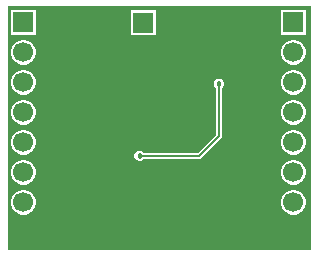
<source format=gbl>
%TF.GenerationSoftware,Altium Limited,Altium Designer,23.2.1 (34)*%
G04 Layer_Physical_Order=2*
G04 Layer_Color=16711680*
%FSLAX45Y45*%
%MOMM*%
%TF.SameCoordinates,1935415B-2679-425B-B15E-09B645F885D3*%
%TF.FilePolarity,Positive*%
%TF.FileFunction,Copper,L2,Bot,Signal*%
%TF.Part,Single*%
G01*
G75*
%TA.AperFunction,Conductor*%
%ADD13C,0.12700*%
%TA.AperFunction,ComponentPad*%
%ADD14C,1.70000*%
%ADD15R,1.70000X1.70000*%
%ADD16R,1.70000X1.70000*%
%TA.AperFunction,ViaPad*%
%ADD17C,0.45720*%
G36*
X2602853Y-2099933D02*
X33667D01*
Y-33667D01*
X2602853D01*
Y-2099933D01*
D02*
G37*
%LPC*%
G36*
X2558960Y-67400D02*
X2348320D01*
Y-278040D01*
X2558960D01*
Y-67400D01*
D02*
G37*
G36*
X272960D02*
X62320D01*
Y-278040D01*
X272960D01*
Y-67400D01*
D02*
G37*
G36*
X1288960Y-69940D02*
X1078320D01*
Y-280580D01*
X1288960D01*
Y-69940D01*
D02*
G37*
G36*
X2467506Y-321400D02*
X2439774D01*
X2412988Y-328577D01*
X2388972Y-342443D01*
X2369363Y-362052D01*
X2355497Y-386068D01*
X2348320Y-412854D01*
Y-440586D01*
X2355497Y-467372D01*
X2369363Y-491388D01*
X2388972Y-510997D01*
X2412988Y-524863D01*
X2439774Y-532040D01*
X2467506D01*
X2494292Y-524863D01*
X2518308Y-510997D01*
X2537917Y-491388D01*
X2551783Y-467372D01*
X2558960Y-440586D01*
Y-412854D01*
X2551783Y-386068D01*
X2537917Y-362052D01*
X2518308Y-342443D01*
X2494292Y-328577D01*
X2467506Y-321400D01*
D02*
G37*
G36*
X181506D02*
X153774D01*
X126988Y-328577D01*
X102972Y-342443D01*
X83363Y-362052D01*
X69497Y-386068D01*
X62320Y-412854D01*
Y-440586D01*
X69497Y-467372D01*
X83363Y-491388D01*
X102972Y-510997D01*
X126988Y-524863D01*
X153774Y-532040D01*
X181506D01*
X208292Y-524863D01*
X232308Y-510997D01*
X251917Y-491388D01*
X265783Y-467372D01*
X272960Y-440586D01*
Y-412854D01*
X265783Y-386068D01*
X251917Y-362052D01*
X232308Y-342443D01*
X208292Y-328577D01*
X181506Y-321400D01*
D02*
G37*
G36*
X2467506Y-575400D02*
X2439774D01*
X2412988Y-582577D01*
X2388972Y-596443D01*
X2369363Y-616052D01*
X2355497Y-640068D01*
X2348320Y-666854D01*
Y-694586D01*
X2355497Y-721372D01*
X2369363Y-745388D01*
X2388972Y-764997D01*
X2412988Y-778863D01*
X2439774Y-786040D01*
X2467506D01*
X2494292Y-778863D01*
X2518308Y-764997D01*
X2537917Y-745388D01*
X2551783Y-721372D01*
X2558960Y-694586D01*
Y-666854D01*
X2551783Y-640068D01*
X2537917Y-616052D01*
X2518308Y-596443D01*
X2494292Y-582577D01*
X2467506Y-575400D01*
D02*
G37*
G36*
X181506D02*
X153774D01*
X126988Y-582577D01*
X102972Y-596443D01*
X83363Y-616052D01*
X69497Y-640068D01*
X62320Y-666854D01*
Y-694586D01*
X69497Y-721372D01*
X83363Y-745388D01*
X102972Y-764997D01*
X126988Y-778863D01*
X153774Y-786040D01*
X181506D01*
X208292Y-778863D01*
X232308Y-764997D01*
X251917Y-745388D01*
X265783Y-721372D01*
X272960Y-694586D01*
Y-666854D01*
X265783Y-640068D01*
X251917Y-616052D01*
X232308Y-596443D01*
X208292Y-582577D01*
X181506Y-575400D01*
D02*
G37*
G36*
X2467506Y-829400D02*
X2439774D01*
X2412988Y-836577D01*
X2388972Y-850443D01*
X2369363Y-870052D01*
X2355497Y-894068D01*
X2348320Y-920854D01*
Y-948586D01*
X2355497Y-975372D01*
X2369363Y-999388D01*
X2388972Y-1018997D01*
X2412988Y-1032863D01*
X2439774Y-1040040D01*
X2467506D01*
X2494292Y-1032863D01*
X2518308Y-1018997D01*
X2537917Y-999388D01*
X2551783Y-975372D01*
X2558960Y-948586D01*
Y-920854D01*
X2551783Y-894068D01*
X2537917Y-870052D01*
X2518308Y-850443D01*
X2494292Y-836577D01*
X2467506Y-829400D01*
D02*
G37*
G36*
X181506D02*
X153774D01*
X126988Y-836577D01*
X102972Y-850443D01*
X83363Y-870052D01*
X69497Y-894068D01*
X62320Y-920854D01*
Y-948586D01*
X69497Y-975372D01*
X83363Y-999388D01*
X102972Y-1018997D01*
X126988Y-1032863D01*
X153774Y-1040040D01*
X181506D01*
X208292Y-1032863D01*
X232308Y-1018997D01*
X251917Y-999388D01*
X265783Y-975372D01*
X272960Y-948586D01*
Y-920854D01*
X265783Y-894068D01*
X251917Y-870052D01*
X232308Y-850443D01*
X208292Y-836577D01*
X181506Y-829400D01*
D02*
G37*
G36*
X1829769Y-650240D02*
X1812591D01*
X1796721Y-656814D01*
X1784574Y-668961D01*
X1778000Y-684831D01*
Y-702009D01*
X1784574Y-717879D01*
X1793988Y-727293D01*
Y-1124116D01*
X1642276Y-1275828D01*
X1184493D01*
X1175079Y-1266414D01*
X1159209Y-1259840D01*
X1142031D01*
X1126161Y-1266414D01*
X1114014Y-1278561D01*
X1107440Y-1294431D01*
Y-1311609D01*
X1114014Y-1327479D01*
X1126161Y-1339626D01*
X1142031Y-1346200D01*
X1159209D01*
X1175079Y-1339626D01*
X1184493Y-1330212D01*
X1653540D01*
X1663946Y-1328143D01*
X1672768Y-1322248D01*
X1840408Y-1154608D01*
X1846303Y-1145786D01*
X1848372Y-1135380D01*
Y-727293D01*
X1857786Y-717879D01*
X1864360Y-702009D01*
Y-684831D01*
X1857786Y-668961D01*
X1845639Y-656814D01*
X1829769Y-650240D01*
D02*
G37*
G36*
X2467506Y-1083400D02*
X2439774D01*
X2412988Y-1090577D01*
X2388972Y-1104443D01*
X2369363Y-1124052D01*
X2355497Y-1148068D01*
X2348320Y-1174854D01*
Y-1202586D01*
X2355497Y-1229372D01*
X2369363Y-1253388D01*
X2388972Y-1272997D01*
X2412988Y-1286863D01*
X2439774Y-1294040D01*
X2467506D01*
X2494292Y-1286863D01*
X2518308Y-1272997D01*
X2537917Y-1253388D01*
X2551783Y-1229372D01*
X2558960Y-1202586D01*
Y-1174854D01*
X2551783Y-1148068D01*
X2537917Y-1124052D01*
X2518308Y-1104443D01*
X2494292Y-1090577D01*
X2467506Y-1083400D01*
D02*
G37*
G36*
X181506D02*
X153774D01*
X126988Y-1090577D01*
X102972Y-1104443D01*
X83363Y-1124052D01*
X69497Y-1148068D01*
X62320Y-1174854D01*
Y-1202586D01*
X69497Y-1229372D01*
X83363Y-1253388D01*
X102972Y-1272997D01*
X126988Y-1286863D01*
X153774Y-1294040D01*
X181506D01*
X208292Y-1286863D01*
X232308Y-1272997D01*
X251917Y-1253388D01*
X265783Y-1229372D01*
X272960Y-1202586D01*
Y-1174854D01*
X265783Y-1148068D01*
X251917Y-1124052D01*
X232308Y-1104443D01*
X208292Y-1090577D01*
X181506Y-1083400D01*
D02*
G37*
G36*
X2467506Y-1337400D02*
X2439774D01*
X2412988Y-1344577D01*
X2388972Y-1358443D01*
X2369363Y-1378052D01*
X2355497Y-1402068D01*
X2348320Y-1428854D01*
Y-1456586D01*
X2355497Y-1483372D01*
X2369363Y-1507388D01*
X2388972Y-1526997D01*
X2412988Y-1540863D01*
X2439774Y-1548040D01*
X2467506D01*
X2494292Y-1540863D01*
X2518308Y-1526997D01*
X2537917Y-1507388D01*
X2551783Y-1483372D01*
X2558960Y-1456586D01*
Y-1428854D01*
X2551783Y-1402068D01*
X2537917Y-1378052D01*
X2518308Y-1358443D01*
X2494292Y-1344577D01*
X2467506Y-1337400D01*
D02*
G37*
G36*
X181506D02*
X153774D01*
X126988Y-1344577D01*
X102972Y-1358443D01*
X83363Y-1378052D01*
X69497Y-1402068D01*
X62320Y-1428854D01*
Y-1456586D01*
X69497Y-1483372D01*
X83363Y-1507388D01*
X102972Y-1526997D01*
X126988Y-1540863D01*
X153774Y-1548040D01*
X181506D01*
X208292Y-1540863D01*
X232308Y-1526997D01*
X251917Y-1507388D01*
X265783Y-1483372D01*
X272960Y-1456586D01*
Y-1428854D01*
X265783Y-1402068D01*
X251917Y-1378052D01*
X232308Y-1358443D01*
X208292Y-1344577D01*
X181506Y-1337400D01*
D02*
G37*
G36*
X2467506Y-1591400D02*
X2439774D01*
X2412988Y-1598577D01*
X2388972Y-1612443D01*
X2369363Y-1632052D01*
X2355497Y-1656068D01*
X2348320Y-1682854D01*
Y-1710586D01*
X2355497Y-1737372D01*
X2369363Y-1761388D01*
X2388972Y-1780997D01*
X2412988Y-1794863D01*
X2439774Y-1802040D01*
X2467506D01*
X2494292Y-1794863D01*
X2518308Y-1780997D01*
X2537917Y-1761388D01*
X2551783Y-1737372D01*
X2558960Y-1710586D01*
Y-1682854D01*
X2551783Y-1656068D01*
X2537917Y-1632052D01*
X2518308Y-1612443D01*
X2494292Y-1598577D01*
X2467506Y-1591400D01*
D02*
G37*
G36*
X181506D02*
X153774D01*
X126988Y-1598577D01*
X102972Y-1612443D01*
X83363Y-1632052D01*
X69497Y-1656068D01*
X62320Y-1682854D01*
Y-1710586D01*
X69497Y-1737372D01*
X83363Y-1761388D01*
X102972Y-1780997D01*
X126988Y-1794863D01*
X153774Y-1802040D01*
X181506D01*
X208292Y-1794863D01*
X232308Y-1780997D01*
X251917Y-1761388D01*
X265783Y-1737372D01*
X272960Y-1710586D01*
Y-1682854D01*
X265783Y-1656068D01*
X251917Y-1632052D01*
X232308Y-1612443D01*
X208292Y-1598577D01*
X181506Y-1591400D01*
D02*
G37*
%LPD*%
D13*
X1150620Y-1303020D02*
X1653540D01*
X1821180Y-1135380D02*
Y-693420D01*
X1653540Y-1303020D02*
X1821180Y-1135380D01*
D14*
X2453640Y-1442720D02*
D03*
Y-1188720D02*
D03*
X1437640Y-175260D02*
D03*
X167640Y-1950720D02*
D03*
Y-1696720D02*
D03*
Y-426720D02*
D03*
Y-680720D02*
D03*
Y-934720D02*
D03*
Y-1188720D02*
D03*
Y-1442720D02*
D03*
X2453640Y-1950720D02*
D03*
Y-1696720D02*
D03*
Y-426720D02*
D03*
Y-680720D02*
D03*
Y-934720D02*
D03*
D15*
X1183640Y-175260D02*
D03*
D16*
X167640Y-172720D02*
D03*
X2453640D02*
D03*
D17*
X1882140Y-876300D02*
D03*
X1028700Y-1066800D02*
D03*
X1104900D02*
D03*
X731520Y-1508760D02*
D03*
Y-1257300D02*
D03*
X1150620Y-1303020D02*
D03*
X1821180Y-693420D02*
D03*
%TF.MD5,fdda7f481de45389472052390247cc6b*%
M02*

</source>
